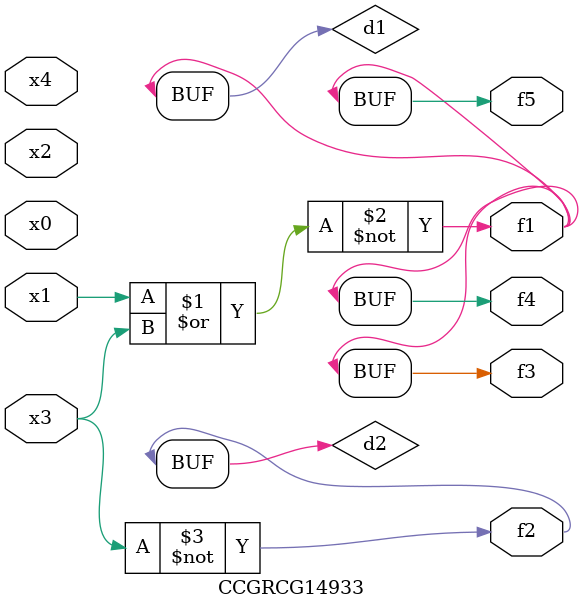
<source format=v>
module CCGRCG14933(
	input x0, x1, x2, x3, x4,
	output f1, f2, f3, f4, f5
);

	wire d1, d2;

	nor (d1, x1, x3);
	not (d2, x3);
	assign f1 = d1;
	assign f2 = d2;
	assign f3 = d1;
	assign f4 = d1;
	assign f5 = d1;
endmodule

</source>
